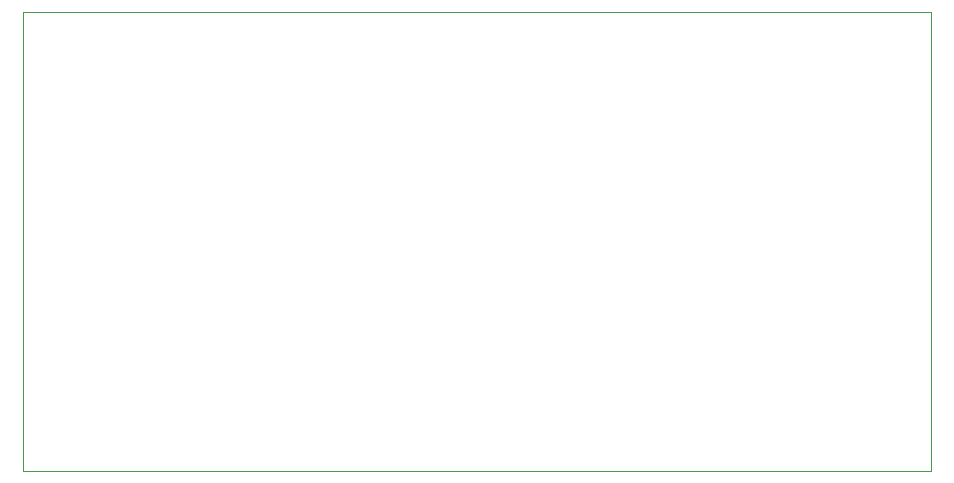
<source format=gm1>
G04 #@! TF.GenerationSoftware,KiCad,Pcbnew,(6.0.0)*
G04 #@! TF.CreationDate,2022-10-17T15:31:20+03:00*
G04 #@! TF.ProjectId,djiFriend,646a6946-7269-4656-9e64-2e6b69636164,rev?*
G04 #@! TF.SameCoordinates,Original*
G04 #@! TF.FileFunction,Profile,NP*
%FSLAX46Y46*%
G04 Gerber Fmt 4.6, Leading zero omitted, Abs format (unit mm)*
G04 Created by KiCad (PCBNEW (6.0.0)) date 2022-10-17 15:31:20*
%MOMM*%
%LPD*%
G01*
G04 APERTURE LIST*
G04 #@! TA.AperFunction,Profile*
%ADD10C,0.100000*%
G04 #@! TD*
G04 APERTURE END LIST*
D10*
X64432000Y-85505200D02*
X141292400Y-85505200D01*
X141292400Y-85505200D02*
X141292400Y-46668600D01*
X141292400Y-46668600D02*
X64432000Y-46668600D01*
X64432000Y-46668600D02*
X64432000Y-85505200D01*
M02*

</source>
